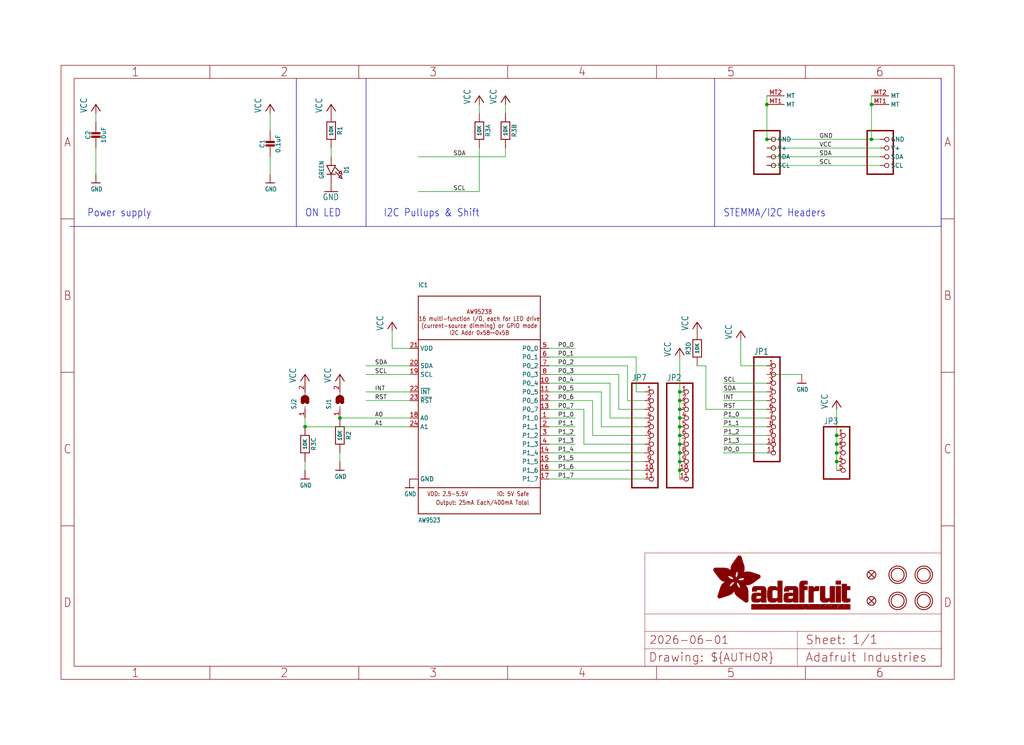
<source format=kicad_sch>
(kicad_sch (version 20230121) (generator eeschema)
  (paper "User" 298.45 217.322)
  (lib_symbols
    (symbol "working-eagle-import:AW9523"
      (property "Reference" "IC" (at -17.78 38.1 0))
      (symbol "AW9523_1_0"
        (text "AW9523B\n16 multi-function I/O, each for LED drive\n(current-source dimming) or GPIO mode\nI2C Addr 0x58~~0x5B" (at 0 27.94 0) (effects (font (size 1.27 1.0795))))
        (text "IO: 5V Safe" (at 5.08 -22.86 0) (effects (font (size 1.27 1.0795)) (justify left bottom)))
        (text "Output: 25mA Each/400mA Total" (at -12.7 -25.4 0) (effects (font (size 1.27 1.0795)) (justify left bottom)))
        (text "VDD: 2.5-5.5V" (at -15.24 -22.86 0) (effects (font (size 1.27 1.0795)) (justify left bottom)))
        (pin bidirectional line (at 20.32 0 180) (length 2.54) (name "P1_0") (number "1"))
        (pin bidirectional line (at 20.32 10.16 180) (length 2.54) (name "P0_4") (number "10"))
        (pin bidirectional line (at 20.32 7.62 180) (length 2.54) (name "P0_5") (number "11"))
        (pin bidirectional line (at 20.32 5.08 180) (length 2.54) (name "P0_6") (number "12"))
        (pin bidirectional line (at 20.32 2.54 180) (length 2.54) (name "P0_7") (number "13"))
        (pin bidirectional line (at 20.32 -10.16 180) (length 2.54) (name "P1_4") (number "14"))
        (pin bidirectional line (at 20.32 -12.7 180) (length 2.54) (name "P1_5") (number "15"))
        (pin bidirectional line (at 20.32 -15.24 180) (length 2.54) (name "P1_6") (number "16"))
        (pin bidirectional line (at 20.32 -17.78 180) (length 2.54) (name "P1_7") (number "17"))
        (pin input line (at -20.32 0 0) (length 2.54) (name "A0") (number "18"))
        (pin bidirectional line (at -20.32 12.7 0) (length 2.54) (name "SCL") (number "19"))
        (pin bidirectional line (at 20.32 -2.54 180) (length 2.54) (name "P1_1") (number "2"))
        (pin bidirectional line (at -20.32 15.24 0) (length 2.54) (name "SDA") (number "20"))
        (pin power_in line (at -20.32 20.32 0) (length 2.54) (name "VDD") (number "21"))
        (pin output line (at -20.32 7.62 0) (length 2.54) (name "~{INT}") (number "22"))
        (pin input line (at -20.32 5.08 0) (length 2.54) (name "~{RST}") (number "23"))
        (pin input line (at -20.32 -2.54 0) (length 2.54) (name "A1") (number "24"))
        (pin bidirectional line (at 20.32 -5.08 180) (length 2.54) (name "P1_2") (number "3"))
        (pin bidirectional line (at 20.32 -7.62 180) (length 2.54) (name "P1_3") (number "4"))
        (pin bidirectional line (at 20.32 20.32 180) (length 2.54) (name "P0_0") (number "5"))
        (pin bidirectional line (at 20.32 17.78 180) (length 2.54) (name "P0_1") (number "6"))
        (pin bidirectional line (at 20.32 15.24 180) (length 2.54) (name "P0_2") (number "7"))
        (pin bidirectional line (at 20.32 12.7 180) (length 2.54) (name "P0_3") (number "8"))
        (pin power_in line (at -20.32 -17.78 0) (length 2.54) (name "GND") (number "9"))
        (pin power_in line (at -20.32 -17.78 0) (length 2.54) (name "GND") (number "THERM"))
      )
    )
    (symbol "working-eagle-import:CAP_CERAMIC0603_NO"
      (property "Reference" "C" (at -2.29 1.25 90))
      (symbol "CAP_CERAMIC0603_NO_1_0"
        (pin passive line (at 0 5.08 270) (length 2.54) (name "1") (number "1"))
        (pin passive line (at 0 -2.54 90) (length 2.54) (name "2") (number "2"))
      )
    )
    (symbol "working-eagle-import:CAP_CERAMIC0805-NOOUTLINE"
      (property "Reference" "C" (at -2.29 1.25 90))
      (symbol "CAP_CERAMIC0805-NOOUTLINE_1_0"
        (pin passive line (at 0 5.08 270) (length 2.54) (name "1") (number "1"))
        (pin passive line (at 0 -2.54 90) (length 2.54) (name "2") (number "2"))
      )
    )
    (symbol "working-eagle-import:FIDUCIAL_1MM")
    (symbol "working-eagle-import:FRAME_A4_ADAFRUIT"
      (symbol "FRAME_A4_ADAFRUIT_1_0"
        (text "${#}/${##}" (at 230.505 10.16 0) (effects (font (size 2.54 2.54)) (justify left bottom)))
        (text "${AUTHOR}" (at 189.23 5.08 0) (effects (font (size 2.286 2.286)) (justify left bottom)))
        (text "${CURRENT_DATE}" (at 171.45 10.16 0) (effects (font (size 2.286 2.286)) (justify left bottom)))
        (text "${PROJECTNAME}" (at 171.45 15.24 0) (effects (font (size 2.54 2.54)) (justify left bottom)))
        (text "1" (at 21.6958 1.905 0) (effects (font (size 2.54 2.286))))
        (text "1" (at 21.6958 177.165 0) (effects (font (size 2.54 2.286))))
        (text "2" (at 65.0875 1.905 0) (effects (font (size 2.54 2.286))))
        (text "2" (at 65.0875 177.165 0) (effects (font (size 2.54 2.286))))
        (text "3" (at 108.4792 1.905 0) (effects (font (size 2.54 2.286))))
        (text "3" (at 108.4792 177.165 0) (effects (font (size 2.54 2.286))))
        (text "4" (at 151.8708 1.905 0) (effects (font (size 2.54 2.286))))
        (text "4" (at 151.8708 177.165 0) (effects (font (size 2.54 2.286))))
        (text "5" (at 195.2625 1.905 0) (effects (font (size 2.54 2.286))))
        (text "5" (at 195.2625 177.165 0) (effects (font (size 2.54 2.286))))
        (text "6" (at 238.6542 1.905 0) (effects (font (size 2.54 2.286))))
        (text "6" (at 238.6542 177.165 0) (effects (font (size 2.54 2.286))))
        (text "A" (at 1.905 156.6863 0) (effects (font (size 2.54 2.286))))
        (text "A" (at 258.445 156.6863 0) (effects (font (size 2.54 2.286))))
        (text "Adafruit Industries" (at 216.916 4.953 0) (effects (font (size 2.54 2.54)) (justify left bottom)))
        (text "B" (at 1.905 111.9188 0) (effects (font (size 2.54 2.286))))
        (text "B" (at 258.445 111.9188 0) (effects (font (size 2.54 2.286))))
        (text "C" (at 1.905 67.1513 0) (effects (font (size 2.54 2.286))))
        (text "C" (at 258.445 67.1513 0) (effects (font (size 2.54 2.286))))
        (text "D" (at 1.905 22.3838 0) (effects (font (size 2.54 2.286))))
        (text "D" (at 258.445 22.3838 0) (effects (font (size 2.54 2.286))))
        (text "Drawing:" (at 171.196 4.953 0) (effects (font (size 2.54 2.54)) (justify left bottom)))
        (text "Sheet:" (at 216.916 10.033 0) (effects (font (size 2.54 2.54)) (justify left bottom)))
      )
    )
    (symbol "working-eagle-import:GND" (power)
      (property "Value" "GND" (at -1.524 -2.54 0))
      (symbol "GND_1_0"
        (pin power_in line (at 0 2.54 270) (length 2.54) (name "GND") (number "1"))
      )
    )
    (symbol "working-eagle-import:HEADER-1X11"
      (property "Reference" "JP" (at -6.35 15.875 0))
      (symbol "HEADER-1X11_1_0"
        (pin passive inverted (at -2.54 12.7 0) (length 2.54) (name "1") (number "1"))
        (pin passive inverted (at -2.54 -10.16 0) (length 2.54) (name "10") (number "10"))
        (pin passive inverted (at -2.54 -12.7 0) (length 2.54) (name "11") (number "11"))
        (pin passive inverted (at -2.54 10.16 0) (length 2.54) (name "2") (number "2"))
        (pin passive inverted (at -2.54 7.62 0) (length 2.54) (name "3") (number "3"))
        (pin passive inverted (at -2.54 5.08 0) (length 2.54) (name "4") (number "4"))
        (pin passive inverted (at -2.54 2.54 0) (length 2.54) (name "5") (number "5"))
        (pin passive inverted (at -2.54 0 0) (length 2.54) (name "6") (number "6"))
        (pin passive inverted (at -2.54 -2.54 0) (length 2.54) (name "7") (number "7"))
        (pin passive inverted (at -2.54 -5.08 0) (length 2.54) (name "8") (number "8"))
        (pin passive inverted (at -2.54 -7.62 0) (length 2.54) (name "9") (number "9"))
      )
    )
    (symbol "working-eagle-import:HEADER-1X5ROUND"
      (property "Reference" "JP" (at -6.35 8.255 0))
      (symbol "HEADER-1X5ROUND_1_0"
        (pin passive inverted (at -2.54 5.08 0) (length 2.54) (name "1") (number "1"))
        (pin passive inverted (at -2.54 2.54 0) (length 2.54) (name "2") (number "2"))
        (pin passive inverted (at -2.54 0 0) (length 2.54) (name "3") (number "3"))
        (pin passive inverted (at -2.54 -2.54 0) (length 2.54) (name "4") (number "4"))
        (pin passive inverted (at -2.54 -5.08 0) (length 2.54) (name "5") (number "5"))
      )
    )
    (symbol "working-eagle-import:LED0603_NOOUTLINE"
      (property "Reference" "D" (at -1.27 4.445 0))
      (symbol "LED0603_NOOUTLINE_1_0"
        (pin passive line (at -5.08 0 0) (length 2.54) (name "A") (number "A"))
        (pin passive line (at 2.54 0 180) (length 2.54) (name "C") (number "C"))
      )
    )
    (symbol "working-eagle-import:MOUNTINGHOLE2.5")
    (symbol "working-eagle-import:RESISTOR_0603_NOOUT"
      (property "Reference" "R" (at 0 2.54 0))
      (symbol "RESISTOR_0603_NOOUT_1_0"
        (pin passive line (at -5.08 0 0) (length 2.54) (name "1") (number "1"))
        (pin passive line (at 5.08 0 180) (length 2.54) (name "2") (number "2"))
      )
    )
    (symbol "working-eagle-import:RESISTOR_4PACK"
      (property "Reference" "R" (at 0 2.54 0))
      (symbol "RESISTOR_4PACK_1_0"
        (pin passive line (at -5.08 0 0) (length 2.54) (name "1") (number "1"))
        (pin passive line (at 5.08 0 180) (length 2.54) (name "2") (number "8"))
      )
      (symbol "RESISTOR_4PACK_2_0"
        (pin passive line (at -5.08 0 0) (length 2.54) (name "1") (number "2"))
        (pin passive line (at 5.08 0 180) (length 2.54) (name "2") (number "7"))
      )
      (symbol "RESISTOR_4PACK_3_0"
        (pin passive line (at -5.08 0 0) (length 2.54) (name "1") (number "3"))
        (pin passive line (at 5.08 0 180) (length 2.54) (name "2") (number "6"))
      )
      (symbol "RESISTOR_4PACK_4_0"
        (pin passive line (at -5.08 0 0) (length 2.54) (name "1") (number "4"))
        (pin passive line (at 5.08 0 180) (length 2.54) (name "2") (number "5"))
      )
    )
    (symbol "working-eagle-import:SOLDERJUMPER"
      (property "Reference" "SJ" (at -2.54 2.54 0))
      (symbol "SOLDERJUMPER_1_0"
        (pin passive line (at -5.08 0 0) (length 2.54) (name "1") (number "1"))
        (pin passive line (at 5.08 0 180) (length 2.54) (name "2") (number "2"))
      )
    )
    (symbol "working-eagle-import:STEMMA_I2C_QT"
      (symbol "STEMMA_I2C_QT_1_0"
        (pin passive inverted (at 0 5.08 0) (length 2.54) (name "GND") (number "1"))
        (pin passive inverted (at 0 2.54 0) (length 2.54) (name "V+") (number "2"))
        (pin passive inverted (at 0 0 0) (length 2.54) (name "SDA") (number "3"))
        (pin passive inverted (at 0 -2.54 0) (length 2.54) (name "SCL") (number "4"))
      )
      (symbol "STEMMA_I2C_QT_2_0"
        (pin bidirectional line (at 0 0 0) (length 5.08) (name "MT") (number "MT1"))
      )
      (symbol "STEMMA_I2C_QT_3_0"
        (pin bidirectional line (at 0 0 0) (length 5.08) (name "MT") (number "MT2"))
      )
    )
    (symbol "working-eagle-import:VCC" (power)
      (property "Value" "VCC" (at -2.54 -2.54 90))
      (symbol "VCC_1_0"
        (pin power_in line (at 0 -2.54 90) (length 2.54) (name "VCC") (number "1"))
      )
    )
    (symbol "working-eagle-import:supply1_GND" (power)
      (property "Value" "supply1_GND" (at -2.54 -2.54 0))
      (symbol "supply1_GND_1_0"
        (pin power_in line (at 0 2.54 270) (length 2.54) (name "GND") (number "1"))
      )
    )
  )
  (junction (at 88.9 124.46))
  (junction (at 198.12 116.84))
  (junction (at 243.84 127))
  (junction (at 223.52 30.48))
  (junction (at 198.12 134.62))
  (junction (at 198.12 127))
  (junction (at 243.84 134.62))
  (junction (at 254 30.48))
  (junction (at 198.12 121.92))
  (junction (at 198.12 119.38))
  (junction (at 223.52 40.64))
  (junction (at 198.12 114.3))
  (junction (at 254 40.64))
  (junction (at 99.06 121.92))
  (junction (at 243.84 132.08))
  (junction (at 243.84 129.54))
  (junction (at 198.12 124.46))
  (junction (at 198.12 137.16))
  (junction (at 198.12 129.54))
  (junction (at 198.12 132.08))
  (wire (pts (xy 198.12 127) (xy 198.12 129.54)) (stroke (width 0.1524)))
  (wire (pts (xy 160.02 139.7) (xy 187.96 139.7)) (stroke (width 0.1524)))
  (wire (pts (xy 147.32 33.02) (xy 147.32 30.48)) (stroke (width 0.1524)))
  (wire (pts (xy 160.02 101.6) (xy 167.64 101.6)) (stroke (width 0.1524)))
  (wire (pts (xy 167.64 124.46) (xy 160.02 124.46)) (stroke (width 0.1524)))
  (wire (pts (xy 198.12 124.46) (xy 198.12 127)) (stroke (width 0.1524)))
  (wire (pts (xy 185.42 114.3) (xy 185.42 104.14)) (stroke (width 0.1524)))
  (wire (pts (xy 139.7 43.18) (xy 139.7 55.88)) (stroke (width 0.1524)))
  (wire (pts (xy 223.52 129.54) (xy 210.82 129.54)) (stroke (width 0.1524)))
  (wire (pts (xy 160.02 106.68) (xy 182.88 106.68)) (stroke (width 0.1524)))
  (wire (pts (xy 106.68 116.84) (xy 119.38 116.84)) (stroke (width 0.1524)))
  (wire (pts (xy 210.82 132.08) (xy 223.52 132.08)) (stroke (width 0.1524)))
  (polyline (pts (xy 208.28 66.04) (xy 274.32 66.04)) (stroke (width 0.1524) (type solid)))
  (wire (pts (xy 198.12 129.54) (xy 198.12 132.08)) (stroke (width 0.1524)))
  (wire (pts (xy 223.52 119.38) (xy 205.74 119.38)) (stroke (width 0.1524)))
  (wire (pts (xy 78.74 45.72) (xy 78.74 50.8)) (stroke (width 0.1524)))
  (wire (pts (xy 215.9 106.68) (xy 215.9 99.06)) (stroke (width 0.1524)))
  (wire (pts (xy 243.84 134.62) (xy 243.84 137.16)) (stroke (width 0.1524)))
  (wire (pts (xy 160.02 116.84) (xy 172.72 116.84)) (stroke (width 0.1524)))
  (wire (pts (xy 99.06 132.08) (xy 99.06 134.62)) (stroke (width 0.1524)))
  (wire (pts (xy 170.18 129.54) (xy 187.96 129.54)) (stroke (width 0.1524)))
  (wire (pts (xy 187.96 116.84) (xy 182.88 116.84)) (stroke (width 0.1524)))
  (wire (pts (xy 223.52 106.68) (xy 215.9 106.68)) (stroke (width 0.1524)))
  (wire (pts (xy 243.84 127) (xy 243.84 129.54)) (stroke (width 0.1524)))
  (wire (pts (xy 119.38 124.46) (xy 88.9 124.46)) (stroke (width 0.1524)))
  (wire (pts (xy 78.74 33.02) (xy 78.74 38.1)) (stroke (width 0.1524)))
  (wire (pts (xy 210.82 121.92) (xy 223.52 121.92)) (stroke (width 0.1524)))
  (wire (pts (xy 223.52 124.46) (xy 210.82 124.46)) (stroke (width 0.1524)))
  (wire (pts (xy 254 40.64) (xy 223.52 40.64)) (stroke (width 0.1524)))
  (wire (pts (xy 119.38 101.6) (xy 114.3 101.6)) (stroke (width 0.1524)))
  (wire (pts (xy 198.12 132.08) (xy 198.12 134.62)) (stroke (width 0.1524)))
  (polyline (pts (xy 106.68 22.86) (xy 106.68 66.04)) (stroke (width 0.1524) (type solid)))
  (wire (pts (xy 180.34 109.22) (xy 180.34 119.38)) (stroke (width 0.1524)))
  (wire (pts (xy 180.34 119.38) (xy 187.96 119.38)) (stroke (width 0.1524)))
  (wire (pts (xy 139.7 30.48) (xy 139.7 33.02)) (stroke (width 0.1524)))
  (wire (pts (xy 187.96 124.46) (xy 175.26 124.46)) (stroke (width 0.1524)))
  (wire (pts (xy 187.96 114.3) (xy 185.42 114.3)) (stroke (width 0.1524)))
  (wire (pts (xy 170.18 119.38) (xy 170.18 129.54)) (stroke (width 0.1524)))
  (wire (pts (xy 198.12 121.92) (xy 198.12 124.46)) (stroke (width 0.1524)))
  (polyline (pts (xy 86.36 22.86) (xy 86.36 66.04)) (stroke (width 0.1524) (type solid)))
  (wire (pts (xy 185.42 104.14) (xy 160.02 104.14)) (stroke (width 0.1524)))
  (wire (pts (xy 160.02 134.62) (xy 187.96 134.62)) (stroke (width 0.1524)))
  (wire (pts (xy 223.52 43.18) (xy 256.54 43.18)) (stroke (width 0.1524)))
  (wire (pts (xy 172.72 116.84) (xy 172.72 127)) (stroke (width 0.1524)))
  (wire (pts (xy 198.12 114.3) (xy 198.12 104.14)) (stroke (width 0.1524)))
  (wire (pts (xy 223.52 116.84) (xy 210.82 116.84)) (stroke (width 0.1524)))
  (wire (pts (xy 160.02 114.3) (xy 175.26 114.3)) (stroke (width 0.1524)))
  (wire (pts (xy 27.94 33.02) (xy 27.94 35.56)) (stroke (width 0.1524)))
  (wire (pts (xy 106.68 109.22) (xy 119.38 109.22)) (stroke (width 0.1524)))
  (wire (pts (xy 96.52 45.72) (xy 96.52 43.18)) (stroke (width 0.1524)))
  (wire (pts (xy 160.02 121.92) (xy 167.64 121.92)) (stroke (width 0.1524)))
  (wire (pts (xy 198.12 134.62) (xy 198.12 137.16)) (stroke (width 0.1524)))
  (wire (pts (xy 198.12 137.16) (xy 198.12 139.7)) (stroke (width 0.1524)))
  (wire (pts (xy 99.06 121.92) (xy 119.38 121.92)) (stroke (width 0.1524)))
  (wire (pts (xy 198.12 116.84) (xy 198.12 119.38)) (stroke (width 0.1524)))
  (wire (pts (xy 223.52 48.26) (xy 256.54 48.26)) (stroke (width 0.1524)))
  (wire (pts (xy 160.02 109.22) (xy 180.34 109.22)) (stroke (width 0.1524)))
  (wire (pts (xy 210.82 127) (xy 223.52 127)) (stroke (width 0.1524)))
  (wire (pts (xy 187.96 137.16) (xy 160.02 137.16)) (stroke (width 0.1524)))
  (wire (pts (xy 254 27.94) (xy 254 30.48)) (stroke (width 0.1524)))
  (wire (pts (xy 114.3 101.6) (xy 114.3 96.52)) (stroke (width 0.1524)))
  (wire (pts (xy 160.02 119.38) (xy 170.18 119.38)) (stroke (width 0.1524)))
  (polyline (pts (xy 106.68 66.04) (xy 208.28 66.04)) (stroke (width 0.1524) (type solid)))
  (polyline (pts (xy 208.28 22.86) (xy 208.28 66.04)) (stroke (width 0.1524) (type solid)))
  (wire (pts (xy 254 30.48) (xy 254 40.64)) (stroke (width 0.1524)))
  (polyline (pts (xy 86.36 66.04) (xy 106.68 66.04)) (stroke (width 0.1524) (type solid)))
  (wire (pts (xy 223.52 111.76) (xy 210.82 111.76)) (stroke (width 0.1524)))
  (wire (pts (xy 256.54 45.72) (xy 223.52 45.72)) (stroke (width 0.1524)))
  (wire (pts (xy 223.52 114.3) (xy 210.82 114.3)) (stroke (width 0.1524)))
  (wire (pts (xy 88.9 124.46) (xy 88.9 121.92)) (stroke (width 0.1524)))
  (wire (pts (xy 177.8 111.76) (xy 177.8 121.92)) (stroke (width 0.1524)))
  (wire (pts (xy 177.8 121.92) (xy 187.96 121.92)) (stroke (width 0.1524)))
  (wire (pts (xy 243.84 129.54) (xy 243.84 132.08)) (stroke (width 0.1524)))
  (wire (pts (xy 223.52 109.22) (xy 233.68 109.22)) (stroke (width 0.1524)))
  (polyline (pts (xy 274.32 22.86) (xy 274.32 66.04)) (stroke (width 0.1524) (type solid)))
  (wire (pts (xy 167.64 129.54) (xy 160.02 129.54)) (stroke (width 0.1524)))
  (wire (pts (xy 27.94 50.8) (xy 27.94 43.18)) (stroke (width 0.1524)))
  (wire (pts (xy 243.84 132.08) (xy 243.84 134.62)) (stroke (width 0.1524)))
  (wire (pts (xy 160.02 127) (xy 167.64 127)) (stroke (width 0.1524)))
  (wire (pts (xy 198.12 119.38) (xy 198.12 121.92)) (stroke (width 0.1524)))
  (wire (pts (xy 119.38 114.3) (xy 106.68 114.3)) (stroke (width 0.1524)))
  (wire (pts (xy 175.26 124.46) (xy 175.26 114.3)) (stroke (width 0.1524)))
  (wire (pts (xy 160.02 111.76) (xy 177.8 111.76)) (stroke (width 0.1524)))
  (wire (pts (xy 223.52 27.94) (xy 223.52 30.48)) (stroke (width 0.1524)))
  (wire (pts (xy 223.52 30.48) (xy 223.52 40.64)) (stroke (width 0.1524)))
  (wire (pts (xy 182.88 106.68) (xy 182.88 116.84)) (stroke (width 0.1524)))
  (wire (pts (xy 205.74 119.38) (xy 205.74 106.68)) (stroke (width 0.1524)))
  (wire (pts (xy 256.54 40.64) (xy 254 40.64)) (stroke (width 0.1524)))
  (wire (pts (xy 205.74 106.68) (xy 203.2 106.68)) (stroke (width 0.1524)))
  (wire (pts (xy 119.38 106.68) (xy 106.68 106.68)) (stroke (width 0.1524)))
  (wire (pts (xy 88.9 137.16) (xy 88.9 134.62)) (stroke (width 0.1524)))
  (wire (pts (xy 198.12 114.3) (xy 198.12 116.84)) (stroke (width 0.1524)))
  (wire (pts (xy 243.84 127) (xy 243.84 119.38)) (stroke (width 0.1524)))
  (polyline (pts (xy 20.32 66.04) (xy 86.36 66.04)) (stroke (width 0.1524) (type solid)))
  (wire (pts (xy 139.7 55.88) (xy 121.92 55.88)) (stroke (width 0.1524)))
  (wire (pts (xy 172.72 127) (xy 187.96 127)) (stroke (width 0.1524)))
  (wire (pts (xy 147.32 43.18) (xy 147.32 45.72)) (stroke (width 0.1524)))
  (wire (pts (xy 147.32 45.72) (xy 121.92 45.72)) (stroke (width 0.1524)))
  (wire (pts (xy 187.96 132.08) (xy 160.02 132.08)) (stroke (width 0.1524)))
  (text "STEMMA/I2C Headers" (at 210.82 63.5 0) (effects (font (size 2.1844 1.8567)) (justify left bottom)))
  (text "ON LED" (at 88.9 63.5 0) (effects (font (size 2.1844 1.8567)) (justify left bottom)))
  (text "I2C Pullups & Shift" (at 111.76 63.5 0) (effects (font (size 2.1844 1.8567)) (justify left bottom)))
  (text "Power supply" (at 25.4 63.5 0) (effects (font (size 2.1844 1.8567)) (justify left bottom)))
  (label "P0_1" (at 162.56 104.14 0) (effects (font (size 1.2446 1.2446))))
  (label "P1_0" (at 210.82 121.92 0) (effects (font (size 1.2446 1.2446))))
  (label "P0_7" (at 162.56 119.38 0) (effects (font (size 1.2446 1.2446))))
  (label "SCL" (at 238.76 48.26 0) (effects (font (size 1.2446 1.2446))))
  (label "P0_5" (at 162.56 114.3 0) (effects (font (size 1.2446 1.2446))))
  (label "P1_0" (at 162.56 121.92 0) (effects (font (size 1.2446 1.2446))))
  (label "P1_5" (at 162.56 134.62 0) (effects (font (size 1.2446 1.2446))))
  (label "P0_4" (at 162.56 111.76 0) (effects (font (size 1.2446 1.2446))))
  (label "P1_2" (at 162.56 127 0) (effects (font (size 1.2446 1.2446))))
  (label "P1_2" (at 210.82 127 0) (effects (font (size 1.2446 1.2446))))
  (label "P0_0" (at 210.82 132.08 0) (effects (font (size 1.2446 1.2446))))
  (label "SDA" (at 132.08 45.72 0) (effects (font (size 1.2446 1.2446))))
  (label "RST" (at 109.22 116.84 0) (effects (font (size 1.2446 1.2446))))
  (label "GND" (at 238.76 40.64 0) (effects (font (size 1.2446 1.2446))))
  (label "P1_3" (at 210.82 129.54 0) (effects (font (size 1.2446 1.2446))))
  (label "INT" (at 210.82 116.84 0) (effects (font (size 1.2446 1.2446))))
  (label "P0_0" (at 162.56 101.6 0) (effects (font (size 1.2446 1.2446))))
  (label "P0_6" (at 162.56 116.84 0) (effects (font (size 1.2446 1.2446))))
  (label "SCL" (at 109.22 109.22 0) (effects (font (size 1.2446 1.2446))))
  (label "P0_2" (at 162.56 106.68 0) (effects (font (size 1.2446 1.2446))))
  (label "RST" (at 210.82 119.38 0) (effects (font (size 1.2446 1.2446))))
  (label "SCL" (at 210.82 111.76 0) (effects (font (size 1.2446 1.2446))))
  (label "SCL" (at 132.08 55.88 0) (effects (font (size 1.2446 1.2446))))
  (label "P1_4" (at 162.56 132.08 0) (effects (font (size 1.2446 1.2446))))
  (label "SDA" (at 109.22 106.68 0) (effects (font (size 1.2446 1.2446))))
  (label "INT" (at 109.22 114.3 0) (effects (font (size 1.2446 1.2446))))
  (label "A0" (at 109.22 121.92 0) (effects (font (size 1.2446 1.2446))))
  (label "P1_7" (at 162.56 139.7 0) (effects (font (size 1.2446 1.2446))))
  (label "VCC" (at 238.76 43.18 0) (effects (font (size 1.2446 1.2446))))
  (label "P1_3" (at 162.56 129.54 0) (effects (font (size 1.2446 1.2446))))
  (label "P0_3" (at 162.56 109.22 0) (effects (font (size 1.2446 1.2446))))
  (label "A1" (at 109.22 124.46 0) (effects (font (size 1.2446 1.2446))))
  (label "SDA" (at 238.76 45.72 0) (effects (font (size 1.2446 1.2446))))
  (label "SDA" (at 210.82 114.3 0) (effects (font (size 1.2446 1.2446))))
  (label "P1_1" (at 162.56 124.46 0) (effects (font (size 1.2446 1.2446))))
  (label "P1_1" (at 210.82 124.46 0) (effects (font (size 1.2446 1.2446))))
  (label "P1_6" (at 162.56 137.16 0) (effects (font (size 1.2446 1.2446))))
  (symbol (lib_id "working-eagle-import:SOLDERJUMPER") (at 88.9 116.84 90) (unit 1)
    (property "Reference" "SJ2" (at 86.36 119.38 0) (effects (font (size 1.27 1.0795)) (justify left bottom)))
    (property "Value" "SOLDERJUMPER" (effects hide))
    (property "Footprint" "working:SOLDERJUMPER_ARROW_NOPASTE" (effects hide))
  )
  (symbol (lib_id "working-eagle-import:VCC") (at 215.9 96.52 0) (unit 1)
    (property "Reference" "#P+4" (effects hide))
    (property "Value" "VCC" (at 213.36 99.06 90) (effects (font (size 1.778 1.5113)) (justify left bottom)))
  )
  (symbol (lib_id "working-eagle-import:MOUNTINGHOLE2.5") (at 261.62 167.64 0) (unit 1)
    (property "Reference" "U$17" (effects hide))
    (property "Value" "MOUNTINGHOLE2.5" (effects hide))
    (property "Footprint" "working:MOUNTINGHOLE_2.5_PLATED" (effects hide))
  )
  (symbol (lib_id "working-eagle-import:VCC") (at 147.32 27.94 0) (unit 1)
    (property "Reference" "#P+2" (effects hide))
    (property "Value" "VCC" (at 144.78 30.48 90) (effects (font (size 1.778 1.5113)) (justify left bottom)))
  )
  (symbol (lib_id "working-eagle-import:STEMMA_I2C_QT") (at 256.54 45.72 0) (unit 1)
    (property "Reference" "CONN4" (effects hide))
    (property "Value" "STEMMA_I2C_QT" (effects hide))
    (property "Footprint" "working:JST_SH4" (effects hide))
  )
  (symbol (lib_id "working-eagle-import:HEADER-1X11") (at 200.66 127 0) (unit 1)
    (property "Reference" "JP2" (at 194.31 111.125 0) (effects (font (size 1.778 1.5113)) (justify left bottom)))
    (property "Value" "HEADER-1X11" (effects hide))
    (property "Footprint" "working:1X11_ROUND" (effects hide))
  )
  (symbol (lib_id "working-eagle-import:RESISTOR_0603_NOOUT") (at 96.52 38.1 270) (unit 1)
    (property "Reference" "R1" (at 99.06 38.1 0))
    (property "Value" "10K" (at 96.52 38.1 0) (effects (font (size 1.016 1.016) bold)))
    (property "Footprint" "working:0603-NO" (effects hide))
  )
  (symbol (lib_id "working-eagle-import:VCC") (at 203.2 93.98 0) (unit 1)
    (property "Reference" "#P+10" (effects hide))
    (property "Value" "VCC" (at 200.66 96.52 90) (effects (font (size 1.778 1.5113)) (justify left bottom)))
  )
  (symbol (lib_id "working-eagle-import:STEMMA_I2C_QT") (at 223.52 30.48 0) (unit 2)
    (property "Reference" "CONN3" (effects hide))
    (property "Value" "STEMMA_I2C_QT" (effects hide))
    (property "Footprint" "working:JST_SH4" (effects hide))
  )
  (symbol (lib_id "working-eagle-import:FIDUCIAL_1MM") (at 254 175.26 0) (unit 1)
    (property "Reference" "FID3" (effects hide))
    (property "Value" "FIDUCIAL_1MM" (effects hide))
    (property "Footprint" "working:FIDUCIAL_1MM" (effects hide))
  )
  (symbol (lib_id "working-eagle-import:STEMMA_I2C_QT") (at 254 30.48 0) (unit 2)
    (property "Reference" "CONN4" (effects hide))
    (property "Value" "STEMMA_I2C_QT" (effects hide))
    (property "Footprint" "working:JST_SH4" (effects hide))
  )
  (symbol (lib_id "working-eagle-import:VCC") (at 27.94 30.48 0) (unit 1)
    (property "Reference" "#P+3" (effects hide))
    (property "Value" "VCC" (at 25.4 33.02 90) (effects (font (size 1.778 1.5113)) (justify left bottom)))
  )
  (symbol (lib_id "working-eagle-import:VCC") (at 78.74 30.48 0) (unit 1)
    (property "Reference" "#P+5" (effects hide))
    (property "Value" "VCC" (at 76.2 33.02 90) (effects (font (size 1.778 1.5113)) (justify left bottom)))
  )
  (symbol (lib_id "working-eagle-import:GND") (at 78.74 53.34 0) (unit 1)
    (property "Reference" "#U$6" (effects hide))
    (property "Value" "GND" (at 77.216 55.88 0) (effects (font (size 1.27 1.0795)) (justify left bottom)))
  )
  (symbol (lib_id "working-eagle-import:MOUNTINGHOLE2.5") (at 261.62 175.26 0) (unit 1)
    (property "Reference" "U$1" (effects hide))
    (property "Value" "MOUNTINGHOLE2.5" (effects hide))
    (property "Footprint" "working:MOUNTINGHOLE_2.5_PLATED" (effects hide))
  )
  (symbol (lib_id "working-eagle-import:GND") (at 27.94 53.34 0) (unit 1)
    (property "Reference" "#U$13" (effects hide))
    (property "Value" "GND" (at 26.416 55.88 0) (effects (font (size 1.27 1.0795)) (justify left bottom)))
  )
  (symbol (lib_id "working-eagle-import:FRAME_A4_ADAFRUIT") (at 17.78 198.12 0) (unit 1)
    (property "Reference" "#U$18" (effects hide))
    (property "Value" "FRAME_A4_ADAFRUIT" (effects hide))
  )
  (symbol (lib_id "working-eagle-import:HEADER-1X11") (at 190.5 127 0) (unit 1)
    (property "Reference" "JP7" (at 184.15 111.125 0) (effects (font (size 1.778 1.5113)) (justify left bottom)))
    (property "Value" "HEADER-1X11" (effects hide))
    (property "Footprint" "working:1X11_ROUND" (effects hide))
  )
  (symbol (lib_id "working-eagle-import:VCC") (at 99.06 109.22 0) (unit 1)
    (property "Reference" "#P+8" (effects hide))
    (property "Value" "VCC" (at 96.52 111.76 90) (effects (font (size 1.778 1.5113)) (justify left bottom)))
  )
  (symbol (lib_id "working-eagle-import:AW9523") (at 139.7 121.92 0) (unit 1)
    (property "Reference" "IC1" (at 121.92 83.82 0) (effects (font (size 1.27 1.0795)) (justify left bottom)))
    (property "Value" "AW9523" (at 121.92 152.4 0) (effects (font (size 1.27 1.0795)) (justify left bottom)))
    (property "Footprint" "working:QFN24_4MM_SMSC" (effects hide))
  )
  (symbol (lib_id "working-eagle-import:CAP_CERAMIC0805-NOOUTLINE") (at 27.94 40.64 0) (unit 1)
    (property "Reference" "C2" (at 25.65 39.39 90))
    (property "Value" "10uF" (at 30.24 39.39 90))
    (property "Footprint" "working:0805-NO" (effects hide))
  )
  (symbol (lib_id "working-eagle-import:STEMMA_I2C_QT") (at 223.52 27.94 0) (unit 3)
    (property "Reference" "CONN3" (effects hide))
    (property "Value" "STEMMA_I2C_QT" (effects hide))
    (property "Footprint" "working:JST_SH4" (effects hide))
  )
  (symbol (lib_id "working-eagle-import:VCC") (at 198.12 101.6 0) (unit 1)
    (property "Reference" "#P+11" (effects hide))
    (property "Value" "VCC" (at 195.58 104.14 90) (effects (font (size 1.778 1.5113)) (justify left bottom)))
  )
  (symbol (lib_id "working-eagle-import:LED0603_NOOUTLINE") (at 96.52 50.8 270) (unit 1)
    (property "Reference" "D1" (at 100.965 49.53 0) (effects (font (size 1.27 1.0795))))
    (property "Value" "GREEN" (at 93.726 49.53 0) (effects (font (size 1.27 1.0795))))
    (property "Footprint" "working:CHIPLED_0603_NOOUTLINE" (effects hide))
  )
  (symbol (lib_id "working-eagle-import:GND") (at 233.68 111.76 0) (unit 1)
    (property "Reference" "#U$10" (effects hide))
    (property "Value" "GND" (at 232.156 114.3 0) (effects (font (size 1.27 1.0795)) (justify left bottom)))
  )
  (symbol (lib_id "working-eagle-import:SOLDERJUMPER") (at 99.06 116.84 90) (unit 1)
    (property "Reference" "SJ1" (at 96.52 119.38 0) (effects (font (size 1.27 1.0795)) (justify left bottom)))
    (property "Value" "SOLDERJUMPER" (effects hide))
    (property "Footprint" "working:SOLDERJUMPER_ARROW_NOPASTE" (effects hide))
  )
  (symbol (lib_id "working-eagle-import:VCC") (at 243.84 116.84 0) (unit 1)
    (property "Reference" "#P+12" (effects hide))
    (property "Value" "VCC" (at 241.3 119.38 90) (effects (font (size 1.778 1.5113)) (justify left bottom)))
  )
  (symbol (lib_id "working-eagle-import:STEMMA_I2C_QT") (at 254 27.94 0) (unit 3)
    (property "Reference" "CONN4" (effects hide))
    (property "Value" "STEMMA_I2C_QT" (effects hide))
    (property "Footprint" "working:JST_SH4" (effects hide))
  )
  (symbol (lib_id "working-eagle-import:RESISTOR_4PACK") (at 203.2 101.6 90) (unit 4)
    (property "Reference" "R3" (at 200.66 101.6 0))
    (property "Value" "10K" (at 203.2 101.6 0) (effects (font (size 1.016 1.016) bold)))
    (property "Footprint" "working:RESPACK_4X0603" (effects hide))
  )
  (symbol (lib_id "working-eagle-import:HEADER-1X5ROUND") (at 246.38 132.08 0) (unit 1)
    (property "Reference" "JP3" (at 240.03 123.825 0) (effects (font (size 1.778 1.5113)) (justify left bottom)))
    (property "Value" "HEADER-1X5ROUND" (effects hide))
    (property "Footprint" "working:1X05_ROUND" (effects hide))
  )
  (symbol (lib_id "working-eagle-import:FIDUCIAL_1MM") (at 254 167.64 0) (unit 1)
    (property "Reference" "FID4" (effects hide))
    (property "Value" "FIDUCIAL_1MM" (effects hide))
    (property "Footprint" "working:FIDUCIAL_1MM" (effects hide))
  )
  (symbol (lib_id "working-eagle-import:VCC") (at 139.7 27.94 0) (unit 1)
    (property "Reference" "#P+1" (effects hide))
    (property "Value" "VCC" (at 137.16 30.48 90) (effects (font (size 1.778 1.5113)) (justify left bottom)))
  )
  (symbol (lib_id "working-eagle-import:GND") (at 88.9 139.7 0) (unit 1)
    (property "Reference" "#U$5" (effects hide))
    (property "Value" "GND" (at 87.376 142.24 0) (effects (font (size 1.27 1.0795)) (justify left bottom)))
  )
  (symbol (lib_id "working-eagle-import:CAP_CERAMIC0603_NO") (at 78.74 43.18 0) (unit 1)
    (property "Reference" "C1" (at 76.45 41.93 90))
    (property "Value" "0.1uF" (at 81.04 41.93 90))
    (property "Footprint" "working:0603-NO" (effects hide))
  )
  (symbol (lib_id "working-eagle-import:VCC") (at 96.52 30.48 0) (unit 1)
    (property "Reference" "#P+6" (effects hide))
    (property "Value" "VCC" (at 93.98 33.02 90) (effects (font (size 1.778 1.5113)) (justify left bottom)))
  )
  (symbol (lib_id "working-eagle-import:VCC") (at 114.3 93.98 0) (unit 1)
    (property "Reference" "#P+7" (effects hide))
    (property "Value" "VCC" (at 111.76 96.52 90) (effects (font (size 1.778 1.5113)) (justify left bottom)))
  )
  (symbol (lib_id "working-eagle-import:RESISTOR_4PACK") (at 88.9 129.54 270) (unit 3)
    (property "Reference" "R3" (at 91.44 129.54 0))
    (property "Value" "10K" (at 88.9 129.54 0) (effects (font (size 1.016 1.016) bold)))
    (property "Footprint" "working:RESPACK_4X0603" (effects hide))
  )
  (symbol (lib_id "working-eagle-import:MOUNTINGHOLE2.5") (at 269.24 175.26 0) (unit 1)
    (property "Reference" "U$21" (effects hide))
    (property "Value" "MOUNTINGHOLE2.5" (effects hide))
    (property "Footprint" "working:MOUNTINGHOLE_2.5_PLATED" (effects hide))
  )
  (symbol (lib_id "working-eagle-import:supply1_GND") (at 96.52 55.88 0) (unit 1)
    (property "Reference" "#GND6" (effects hide))
    (property "Value" "GND" (at 93.98 58.42 0) (effects (font (size 1.778 1.5113)) (justify left bottom)))
  )
  (symbol (lib_id "working-eagle-import:MOUNTINGHOLE2.5") (at 269.24 167.64 0) (unit 1)
    (property "Reference" "U$19" (effects hide))
    (property "Value" "MOUNTINGHOLE2.5" (effects hide))
    (property "Footprint" "working:MOUNTINGHOLE_2.5_PLATED" (effects hide))
  )
  (symbol (lib_id "working-eagle-import:RESISTOR_0603_NOOUT") (at 99.06 127 270) (unit 1)
    (property "Reference" "R2" (at 101.6 127 0))
    (property "Value" "10K" (at 99.06 127 0) (effects (font (size 1.016 1.016) bold)))
    (property "Footprint" "working:0603-NO" (effects hide))
  )
  (symbol (lib_id "working-eagle-import:HEADER-1X11") (at 226.06 119.38 0) (unit 1)
    (property "Reference" "JP1" (at 219.71 103.505 0) (effects (font (size 1.778 1.5113)) (justify left bottom)))
    (property "Value" "HEADER-1X11" (effects hide))
    (property "Footprint" "working:1X11_ROUND" (effects hide))
  )
  (symbol (lib_id "working-eagle-import:STEMMA_I2C_QT") (at 223.52 45.72 0) (unit 1)
    (property "Reference" "CONN3" (effects hide))
    (property "Value" "STEMMA_I2C_QT" (effects hide))
    (property "Footprint" "working:JST_SH4" (effects hide))
  )
  (symbol (lib_id "working-eagle-import:VCC") (at 88.9 109.22 0) (unit 1)
    (property "Reference" "#P+9" (effects hide))
    (property "Value" "VCC" (at 86.36 111.76 90) (effects (font (size 1.778 1.5113)) (justify left bottom)))
  )
  (symbol (lib_id "working-eagle-import:GND") (at 119.38 142.24 0) (unit 1)
    (property "Reference" "#U$4" (effects hide))
    (property "Value" "GND" (at 117.856 144.78 0) (effects (font (size 1.27 1.0795)) (justify left bottom)))
  )
  (symbol (lib_id "working-eagle-import:RESISTOR_4PACK") (at 147.32 38.1 270) (unit 2)
    (property "Reference" "R3" (at 149.86 38.1 0))
    (property "Value" "10K" (at 147.32 38.1 0) (effects (font (size 1.016 1.016) bold)))
    (property "Footprint" "working:RESPACK_4X0603" (effects hide))
  )
  (symbol (lib_id "working-eagle-import:GND") (at 99.06 137.16 0) (unit 1)
    (property "Reference" "#U$7" (effects hide))
    (property "Value" "GND" (at 97.536 139.7 0) (effects (font (size 1.27 1.0795)) (justify left bottom)))
  )
  (symbol (lib_id "working-eagle-import:RESISTOR_4PACK") (at 139.7 38.1 270) (unit 1)
    (property "Reference" "R3" (at 142.24 38.1 0))
    (property "Value" "10K" (at 139.7 38.1 0) (effects (font (size 1.016 1.016) bold)))
    (property "Footprint" "working:RESPACK_4X0603" (effects hide))
  )
)
</source>
